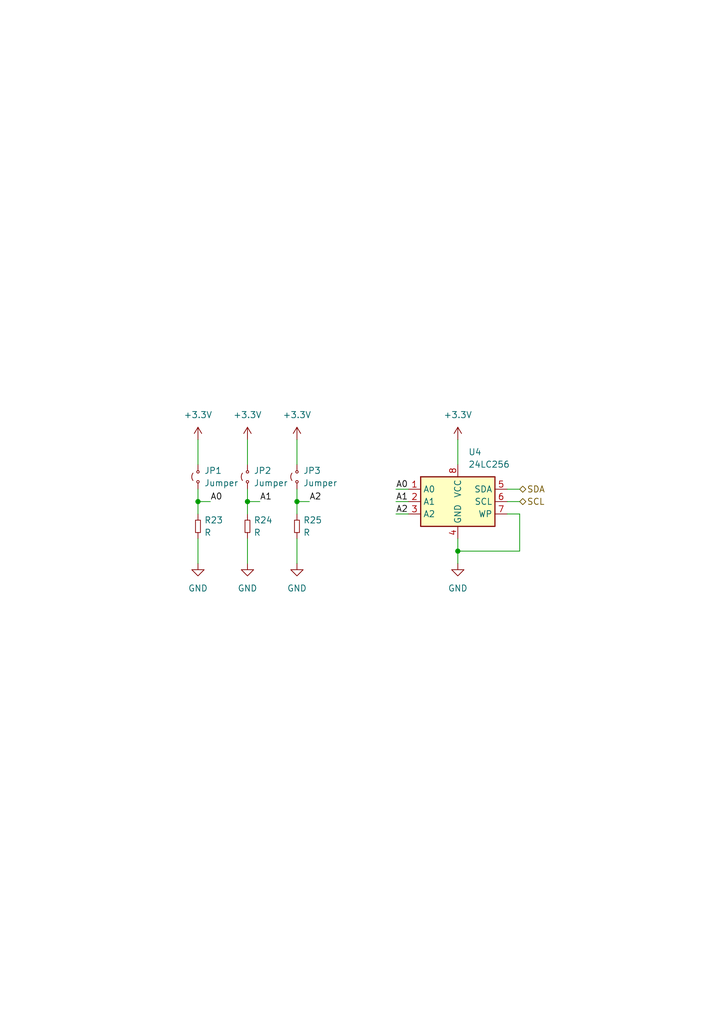
<source format=kicad_sch>
(kicad_sch (version 20250114) (generator "eeschema") (generator_version "9.0")
  (paper "A5" portrait)
  (lib_symbols
    (symbol "EESTN5:R" (pin_numbers (hide yes)) (pin_names (offset 0))
      (property "Reference" "R" (at -1.27 0 90))
      (property "Value" "R" (at 1.27 0 90))
      (symbol "R_0_1"
        (rectangle (start 0.508 1.27) (end -0.508 -1.27))
      )
      (symbol "R_1_1"
        (pin passive line (at 0 2.54 270) (length 1.27) (name "~") (number "1"))
        (pin passive line (at 0 -2.54 90) (length 1.27) (name "~") (number "2"))
      )
    )
    (symbol "Jumper:Jumper_2_Small_Open" (pin_numbers (hide yes)) (pin_names (offset 0) (hide yes))
      (property "Reference" "JP" (at 0 2.794 0))
      (property "Value" "Jumper_2_Small_Open" (at 0 -2.286 0))
      (symbol "Jumper_2_Small_Open_0_0"
        (circle (center -1.016 0) (radius 0.254))
        (circle (center 1.016 0) (radius 0.254))
      )
      (symbol "Jumper_2_Small_Open_0_1"
        (arc (start -0.762 1.0196) (mid 0 1.2729) (end 0.762 1.0196))
      )
      (symbol "Jumper_2_Small_Open_1_1"
        (pin passive line (at -2.54 0 0) (length 1.27) (name "A") (number "1"))
        (pin passive line (at 2.54 0 180) (length 1.27) (name "B") (number "2"))
      )
    )
    (symbol "Memory_EEPROM:24LC256"
      (property "Reference" "U" (at -6.35 6.35 0))
      (property "Value" "24LC256" (at 1.27 6.35 0))
      (symbol "24LC256_1_1"
        (rectangle (start -7.62 5.08) (end 7.62 -5.08) (stroke (width 0.254)) (fill (type background)))
        (pin input line (at -10.16 2.54 0) (length 2.54) (name "A0") (number "1"))
        (pin input line (at -10.16 0 0) (length 2.54) (name "A1") (number "2"))
        (pin input line (at -10.16 -2.54 0) (length 2.54) (name "A2") (number "3"))
        (pin power_in line (at 0 7.62 270) (length 2.54) (name "VCC") (number "8"))
        (pin power_in line (at 0 -7.62 90) (length 2.54) (name "GND") (number "4"))
        (pin bidirectional line (at 10.16 2.54 180) (length 2.54) (name "SDA") (number "5"))
        (pin input line (at 10.16 0 180) (length 2.54) (name "SCL") (number "6"))
        (pin input line (at 10.16 -2.54 180) (length 2.54) (name "WP") (number "7"))
      )
    )
    (symbol "power:+3.3V" (power) (pin_numbers (hide yes)) (pin_names (offset 0) (hide yes))
      (property "Value" "+3.3V" (at 0 3.556 0))
      (symbol "+3.3V_0_1"
        (polyline (pts (xy -0.762 1.27) (xy 0 2.54)))
        (polyline (pts (xy 0 2.54) (xy 0.762 1.27)))
        (polyline (pts (xy 0 0) (xy 0 2.54)))
      )
      (symbol "+3.3V_1_1"
        (pin power_in line (at 0 0 90) (length 0) (name "~") (number "1"))
      )
    )
    (symbol "power:GND" (power) (pin_numbers (hide yes)) (pin_names (offset 0) (hide yes))
      (property "Value" "GND" (at 0 -3.81 0))
      (symbol "GND_0_1"
        (polyline (pts (xy 0 0) (xy 0 -1.27) (xy 1.27 -1.27) (xy 0 -2.54) (xy -1.27 -1.27) (xy 0 -1.27)))
      )
      (symbol "GND_1_1"
        (pin power_in line (at 0 0 270) (length 0) (name "~") (number "1"))
      )
    )
  )
  (junction (at 60.96 102.87))
  (junction (at 50.8 102.87))
  (junction (at 40.64 102.87))
  (junction (at 93.98 113.03))
  (wire (pts (xy 106.68 105.41) (xy 106.68 113.03)))
  (wire (pts (xy 50.8 102.87) (xy 50.8 105.41)))
  (wire (pts (xy 50.8 110.49) (xy 50.8 115.57)))
  (wire (pts (xy 93.98 113.03) (xy 93.98 110.49)))
  (wire (pts (xy 104.14 102.87) (xy 106.68 102.87)))
  (wire (pts (xy 93.98 113.03) (xy 93.98 115.57)))
  (wire (pts (xy 50.8 90.17) (xy 50.8 95.25)))
  (wire (pts (xy 60.96 100.33) (xy 60.96 102.87)))
  (wire (pts (xy 60.96 110.49) (xy 60.96 115.57)))
  (wire (pts (xy 81.28 100.33) (xy 83.82 100.33)))
  (wire (pts (xy 81.28 105.41) (xy 83.82 105.41)))
  (wire (pts (xy 104.14 105.41) (xy 106.68 105.41)))
  (wire (pts (xy 60.96 102.87) (xy 63.5 102.87)))
  (wire (pts (xy 40.64 110.49) (xy 40.64 115.57)))
  (wire (pts (xy 50.8 102.87) (xy 53.34 102.87)))
  (wire (pts (xy 104.14 100.33) (xy 106.68 100.33)))
  (wire (pts (xy 81.28 102.87) (xy 83.82 102.87)))
  (wire (pts (xy 60.96 90.17) (xy 60.96 95.25)))
  (wire (pts (xy 93.98 90.17) (xy 93.98 95.25)))
  (wire (pts (xy 40.64 102.87) (xy 43.18 102.87)))
  (wire (pts (xy 40.64 100.33) (xy 40.64 102.87)))
  (wire (pts (xy 106.68 113.03) (xy 93.98 113.03)))
  (wire (pts (xy 40.64 102.87) (xy 40.64 105.41)))
  (wire (pts (xy 50.8 100.33) (xy 50.8 102.87)))
  (wire (pts (xy 60.96 102.87) (xy 60.96 105.41)))
  (wire (pts (xy 40.64 90.17) (xy 40.64 95.25)))
  (label "A1" (at 81.28 102.87 0))
  (label "A2" (at 81.28 105.41 0))
  (label "A2" (at 63.5 102.87 0))
  (label "A0" (at 43.18 102.87 0))
  (label "A0" (at 81.28 100.33 0))
  (label "A1" (at 53.34 102.87 0))
  (hierarchical_label "SDA" (shape bidirectional) (at 106.68 100.33 0))
  (hierarchical_label "SCL" (shape bidirectional) (at 106.68 102.87 0))
  (symbol (lib_id "power:GND") (at 50.8 115.57 0) (unit 1)
    (property "Reference" "#PWR052" (effects (hide yes)))
    (property "Value" "GND" (at 50.8 120.65 0))
    (property "Description" "Power symbol creates a global label with name \"GND\" , ground" (effects (hide yes)))
  )
  (symbol (lib_id "power:GND") (at 93.98 115.57 0) (unit 1)
    (property "Reference" "#PWR047" (effects (hide yes)))
    (property "Value" "GND" (at 93.98 120.65 0))
    (property "Description" "Power symbol creates a global label with name \"GND\" , ground" (effects (hide yes)))
  )
  (symbol (lib_id "Jumper:Jumper_2_Small_Open") (at 60.96 97.79 90) (unit 1)
    (property "Reference" "JP3" (at 62.23 96.5199 90) (effects (justify right)))
    (property "Value" "Jumper" (at 62.23 99.0599 90) (effects (justify right)))
    (property "Description" "Jumper, 2-pole, small symbol, open" (effects (hide yes)))
  )
  (symbol (lib_id "EESTN5:R") (at 40.64 107.95 0) (unit 1)
    (property "Reference" "R23" (at 41.91 106.6799 0) (effects (justify left)))
    (property "Value" "R" (at 41.91 109.2199 0) (effects (justify left)))
    (property "Description" "Resistor" (effects (hide yes)))
  )
  (symbol (lib_id "power:+3.3V") (at 93.98 90.17 0) (unit 1)
    (property "Reference" "#PWR048" (effects (hide yes)))
    (property "Value" "+3.3V" (at 93.98 85.09 0))
    (property "Description" "Power symbol creates a global label with name \"+3.3V\"" (effects (hide yes)))
  )
  (symbol (lib_id "EESTN5:R") (at 60.96 107.95 0) (unit 1)
    (property "Reference" "R25" (at 62.23 106.6799 0) (effects (justify left)))
    (property "Value" "R" (at 62.23 109.2199 0) (effects (justify left)))
    (property "Description" "Resistor" (effects (hide yes)))
  )
  (symbol (lib_id "EESTN5:R") (at 50.8 107.95 0) (unit 1)
    (property "Reference" "R24" (at 52.07 106.6799 0) (effects (justify left)))
    (property "Value" "R" (at 52.07 109.2199 0) (effects (justify left)))
    (property "Description" "Resistor" (effects (hide yes)))
  )
  (symbol (lib_id "Jumper:Jumper_2_Small_Open") (at 50.8 97.79 90) (unit 1)
    (property "Reference" "JP2" (at 52.07 96.5199 90) (effects (justify right)))
    (property "Value" "Jumper" (at 52.07 99.0599 90) (effects (justify right)))
    (property "Description" "Jumper, 2-pole, small symbol, open" (effects (hide yes)))
  )
  (symbol (lib_id "power:+3.3V") (at 50.8 90.17 0) (unit 1)
    (property "Reference" "#PWR051" (effects (hide yes)))
    (property "Value" "+3.3V" (at 50.8 85.09 0))
    (property "Description" "Power symbol creates a global label with name \"+3.3V\"" (effects (hide yes)))
  )
  (symbol (lib_id "power:GND") (at 60.96 115.57 0) (unit 1)
    (property "Reference" "#PWR054" (effects (hide yes)))
    (property "Value" "GND" (at 60.96 120.65 0))
    (property "Description" "Power symbol creates a global label with name \"GND\" , ground" (effects (hide yes)))
  )
  (symbol (lib_id "Jumper:Jumper_2_Small_Open") (at 40.64 97.79 90) (unit 1)
    (property "Reference" "JP1" (at 41.91 96.5199 90) (effects (justify right)))
    (property "Value" "Jumper" (at 41.91 99.0599 90) (effects (justify right)))
    (property "Description" "Jumper, 2-pole, small symbol, open" (effects (hide yes)))
  )
  (symbol (lib_id "power:GND") (at 40.64 115.57 0) (unit 1)
    (property "Reference" "#PWR050" (effects (hide yes)))
    (property "Value" "GND" (at 40.64 120.65 0))
    (property "Description" "Power symbol creates a global label with name \"GND\" , ground" (effects (hide yes)))
  )
  (symbol (lib_id "power:+3.3V") (at 60.96 90.17 0) (unit 1)
    (property "Reference" "#PWR053" (effects (hide yes)))
    (property "Value" "+3.3V" (at 60.96 85.09 0))
    (property "Description" "Power symbol creates a global label with name \"+3.3V\"" (effects (hide yes)))
  )
  (symbol (lib_id "Memory_EEPROM:24LC256") (at 93.98 102.87 0) (unit 1)
    (property "Reference" "U4" (at 96.1233 92.71 0) (effects (justify left)))
    (property "Value" "24LC256" (at 96.1233 95.25 0) (effects (justify left)))
    (property "Datasheet" "http://ww1.microchip.com/downloads/en/devicedoc/21203m.pdf" (effects (hide yes)))
    (property "Description" "I2C Serial EEPROM, 256Kb, DIP-8/SOIC-8/TSSOP-8/DFN-8" (effects (hide yes)))
  )
  (symbol (lib_id "power:+3.3V") (at 40.64 90.17 0) (unit 1)
    (property "Reference" "#PWR049" (effects (hide yes)))
    (property "Value" "+3.3V" (at 40.64 85.09 0))
    (property "Description" "Power symbol creates a global label with name \"+3.3V\"" (effects (hide yes)))
  )
)
</source>
